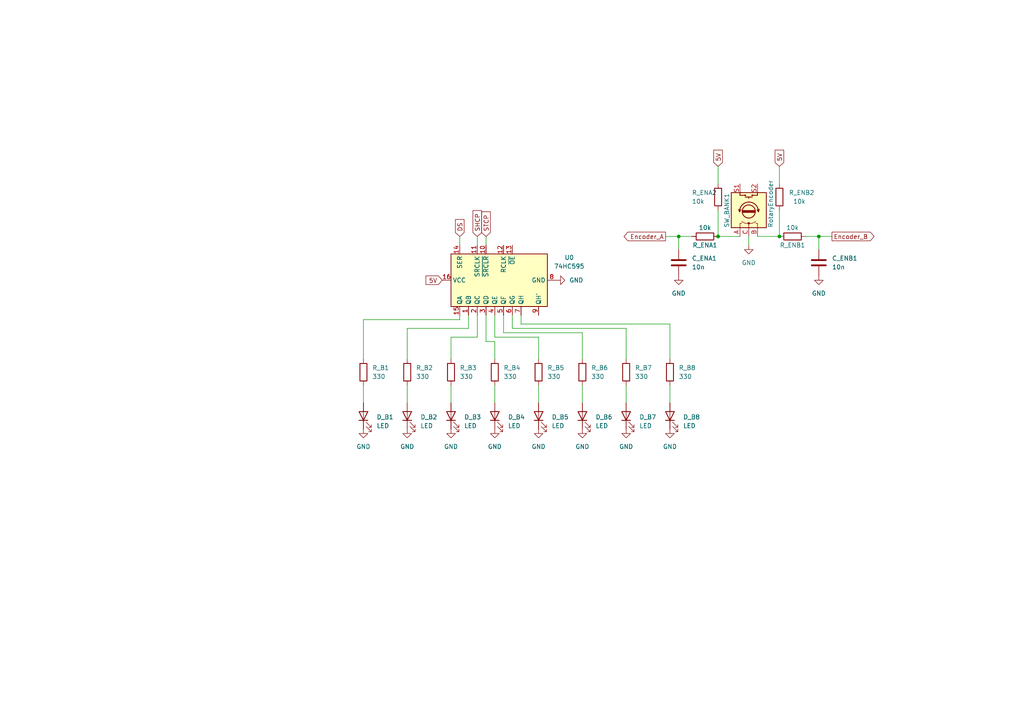
<source format=kicad_sch>
(kicad_sch (version 20211123) (generator eeschema)
  (paper "A4")
  (title_block (title "BANK CONTROL") (date "2022-12-29") (rev "V0.1"))
  (lib_symbols
    (symbol "74xx:74HC595"
      (property "Reference" "U" (at -7.62 13.97 0))
      (property "Value" "74HC595" (at -7.62 -16.51 0))
      (symbol "74HC595_1_0"
        (pin tri_state line (at 10.16 7.62 180) (length 2.54) (name "QB") (number "1"))
        (pin input line (at -10.16 2.54 0) (length 2.54) (name "~{SRCLR}") (number "10"))
        (pin input line (at -10.16 5.08 0) (length 2.54) (name "SRCLK") (number "11"))
        (pin input line (at -10.16 -2.54 0) (length 2.54) (name "RCLK") (number "12"))
        (pin input line (at -10.16 -5.08 0) (length 2.54) (name "~{OE}") (number "13"))
        (pin input line (at -10.16 10.16 0) (length 2.54) (name "SER") (number "14"))
        (pin tri_state line (at 10.16 10.16 180) (length 2.54) (name "QA") (number "15"))
        (pin power_in line (at 0 15.24 270) (length 2.54) (name "VCC") (number "16"))
        (pin tri_state line (at 10.16 5.08 180) (length 2.54) (name "QC") (number "2"))
        (pin tri_state line (at 10.16 2.54 180) (length 2.54) (name "QD") (number "3"))
        (pin tri_state line (at 10.16 0 180) (length 2.54) (name "QE") (number "4"))
        (pin tri_state line (at 10.16 -2.54 180) (length 2.54) (name "QF") (number "5"))
        (pin tri_state line (at 10.16 -5.08 180) (length 2.54) (name "QG") (number "6"))
        (pin tri_state line (at 10.16 -7.62 180) (length 2.54) (name "QH") (number "7"))
        (pin power_in line (at 0 -17.78 90) (length 2.54) (name "GND") (number "8"))
        (pin output line (at 10.16 -12.7 180) (length 2.54) (name "QH'") (number "9"))
      )
      (symbol "74HC595_1_1"
        (rectangle (start -7.62 12.7) (end 7.62 -15.24) (stroke (width 0.254)) (fill (type background)))
      )
    )
    (symbol "Device:C" (pin_numbers hide) (pin_names (offset 0.254))
      (property "Reference" "C" (at 0.635 2.54 0))
      (property "Value" "C" (at 0.635 -2.54 0))
      (symbol "C_0_1"
        (polyline (pts (xy -2.032 -0.762) (xy 2.032 -0.762)) (stroke (width 0.508)))
        (polyline (pts (xy -2.032 0.762) (xy 2.032 0.762)) (stroke (width 0.508)))
      )
      (symbol "C_1_1"
        (pin passive line (at 0 3.81 270) (length 2.794) (name "~") (number "1"))
        (pin passive line (at 0 -3.81 90) (length 2.794) (name "~") (number "2"))
      )
    )
    (symbol "Device:LED" (pin_numbers hide) (pin_names (offset 1.016) hide)
      (property "Reference" "D" (at 0 2.54 0))
      (property "Value" "LED" (at 0 -2.54 0))
      (symbol "LED_0_1"
        (polyline (pts (xy -1.27 -1.27) (xy -1.27 1.27)) (stroke (width 0.254)))
        (polyline (pts (xy -1.27 0) (xy 1.27 0)))
        (polyline (pts (xy 1.27 -1.27) (xy 1.27 1.27) (xy -1.27 0) (xy 1.27 -1.27)) (stroke (width 0.254)))
        (polyline (pts (xy -3.048 -0.762) (xy -4.572 -2.286) (xy -3.81 -2.286) (xy -4.572 -2.286) (xy -4.572 -1.524)))
        (polyline (pts (xy -1.778 -0.762) (xy -3.302 -2.286) (xy -2.54 -2.286) (xy -3.302 -2.286) (xy -3.302 -1.524)))
      )
      (symbol "LED_1_1"
        (pin passive line (at -3.81 0 0) (length 2.54) (name "K") (number "1"))
        (pin passive line (at 3.81 0 180) (length 2.54) (name "A") (number "2"))
      )
    )
    (symbol "Device:R" (pin_numbers hide) (pin_names (offset 0))
      (property "Reference" "R" (at 2.032 0 90))
      (property "Value" "R" (at 0 0 90))
      (symbol "R_0_1"
        (rectangle (start -1.016 -2.54) (end 1.016 2.54) (stroke (width 0.254)))
      )
      (symbol "R_1_1"
        (pin passive line (at 0 3.81 270) (length 1.27) (name "~") (number "1"))
        (pin passive line (at 0 -3.81 90) (length 1.27) (name "~") (number "2"))
      )
    )
    (symbol "Device:RotaryEncoder_Switch" (pin_names (offset 0.254) hide)
      (property "Reference" "SW" (at 0 6.604 0))
      (property "Value" "RotaryEncoder_Switch" (at 0 -6.604 0))
      (symbol "RotaryEncoder_Switch_0_1"
        (rectangle (start -5.08 5.08) (end 5.08 -5.08) (stroke (width 0.254)) (fill (type background)))
        (circle (center -3.81 0) (radius 0.254) (fill (type outline)))
        (arc (start -0.381 -2.794) (mid 2.3622 -0.0508) (end -0.381 2.667) (stroke (width 0.254)))
        (circle (center -0.381 0) (radius 1.905) (stroke (width 0.254)))
        (polyline (pts (xy -0.635 -1.778) (xy -0.635 1.778)) (stroke (width 0.254)))
        (polyline (pts (xy -0.381 -1.778) (xy -0.381 1.778)) (stroke (width 0.254)))
        (polyline (pts (xy -0.127 1.778) (xy -0.127 -1.778)) (stroke (width 0.254)))
        (polyline (pts (xy 3.81 0) (xy 3.429 0)) (stroke (width 0.254)))
        (polyline (pts (xy 3.81 1.016) (xy 3.81 -1.016)) (stroke (width 0.254)))
        (polyline (pts (xy -5.08 -2.54) (xy -3.81 -2.54) (xy -3.81 -2.032)))
        (polyline (pts (xy -5.08 2.54) (xy -3.81 2.54) (xy -3.81 2.032)))
        (polyline (pts (xy 0.254 -3.048) (xy -0.508 -2.794) (xy 0.127 -2.413)) (stroke (width 0.254)))
        (polyline (pts (xy 0.254 2.921) (xy -0.508 2.667) (xy 0.127 2.286)) (stroke (width 0.254)))
        (polyline (pts (xy 5.08 -2.54) (xy 4.318 -2.54) (xy 4.318 -1.016)) (stroke (width 0.254)))
        (polyline (pts (xy 5.08 2.54) (xy 4.318 2.54) (xy 4.318 1.016)) (stroke (width 0.254)))
        (polyline (pts (xy -5.08 0) (xy -3.81 0) (xy -3.81 -1.016) (xy -3.302 -2.032)))
        (polyline (pts (xy -4.318 0) (xy -3.81 0) (xy -3.81 1.016) (xy -3.302 2.032)))
        (circle (center 4.318 -1.016) (radius 0.127) (stroke (width 0.254)))
        (circle (center 4.318 1.016) (radius 0.127) (stroke (width 0.254)))
      )
      (symbol "RotaryEncoder_Switch_1_1"
        (pin passive line (at -7.62 2.54 0) (length 2.54) (name "A") (number "A"))
        (pin passive line (at -7.62 -2.54 0) (length 2.54) (name "B") (number "B"))
        (pin passive line (at -7.62 0 0) (length 2.54) (name "C") (number "C"))
        (pin passive line (at 7.62 2.54 180) (length 2.54) (name "S1") (number "S1"))
        (pin passive line (at 7.62 -2.54 180) (length 2.54) (name "S2") (number "S2"))
      )
    )
    (symbol "power:GND" (power) (pin_names (offset 0))
      (property "Value" "GND" (at 0 -3.81 0))
      (symbol "GND_0_1"
        (polyline (pts (xy 0 0) (xy 0 -1.27) (xy 1.27 -1.27) (xy 0 -2.54) (xy -1.27 -1.27) (xy 0 -1.27)))
      )
      (symbol "GND_1_1"
        (pin power_in line (at 0 0 270) (length 0) hide (name "GND") (number "1"))
      )
    )
  )
  (junction (at 237.49 68.58))
  (junction (at 226.06 68.58))
  (junction (at 208.28 68.58))
  (junction (at 196.85 68.58))
  (wire (pts (xy 237.49 68.58) (xy 237.49 72.39)))
  (wire (pts (xy 226.06 48.26) (xy 226.06 53.34)))
  (wire (pts (xy 143.51 97.79) (xy 156.21 97.79)))
  (wire (pts (xy 135.89 95.25) (xy 118.11 95.25)))
  (wire (pts (xy 208.28 48.26) (xy 208.28 53.34)))
  (wire (pts (xy 105.41 111.76) (xy 105.41 116.84)))
  (wire (pts (xy 208.28 68.58) (xy 214.63 68.58)))
  (wire (pts (xy 130.81 111.76) (xy 130.81 116.84)))
  (wire (pts (xy 133.35 91.44) (xy 133.35 92.71)))
  (wire (pts (xy 194.31 93.98) (xy 194.31 104.14)))
  (wire (pts (xy 135.89 91.44) (xy 135.89 95.25)))
  (wire (pts (xy 143.51 91.44) (xy 143.51 97.79)))
  (wire (pts (xy 133.35 92.71) (xy 105.41 92.71)))
  (wire (pts (xy 138.43 68.58) (xy 138.43 71.12)))
  (wire (pts (xy 148.59 91.44) (xy 148.59 95.25)))
  (wire (pts (xy 156.21 97.79) (xy 156.21 104.14)))
  (wire (pts (xy 181.61 95.25) (xy 181.61 104.14)))
  (wire (pts (xy 138.43 91.44) (xy 138.43 97.79)))
  (wire (pts (xy 241.3 68.58) (xy 237.49 68.58)))
  (wire (pts (xy 168.91 96.52) (xy 168.91 104.14)))
  (wire (pts (xy 194.31 111.76) (xy 194.31 116.84)))
  (wire (pts (xy 105.41 92.71) (xy 105.41 104.14)))
  (wire (pts (xy 181.61 111.76) (xy 181.61 116.84)))
  (wire (pts (xy 151.13 91.44) (xy 151.13 93.98)))
  (wire (pts (xy 133.35 68.58) (xy 133.35 71.12)))
  (wire (pts (xy 226.06 60.96) (xy 226.06 68.58)))
  (wire (pts (xy 168.91 111.76) (xy 168.91 116.84)))
  (wire (pts (xy 196.85 68.58) (xy 196.85 72.39)))
  (wire (pts (xy 143.51 111.76) (xy 143.51 116.84)))
  (wire (pts (xy 130.81 97.79) (xy 130.81 104.14)))
  (wire (pts (xy 140.97 68.58) (xy 140.97 71.12)))
  (wire (pts (xy 140.97 99.06) (xy 143.51 99.06)))
  (wire (pts (xy 118.11 111.76) (xy 118.11 116.84)))
  (wire (pts (xy 193.04 68.58) (xy 196.85 68.58)))
  (wire (pts (xy 140.97 91.44) (xy 140.97 99.06)))
  (wire (pts (xy 143.51 99.06) (xy 143.51 104.14)))
  (wire (pts (xy 118.11 95.25) (xy 118.11 104.14)))
  (wire (pts (xy 219.71 68.58) (xy 226.06 68.58)))
  (wire (pts (xy 138.43 97.79) (xy 130.81 97.79)))
  (wire (pts (xy 148.59 95.25) (xy 181.61 95.25)))
  (wire (pts (xy 151.13 93.98) (xy 194.31 93.98)))
  (wire (pts (xy 217.17 68.58) (xy 217.17 71.12)))
  (wire (pts (xy 146.05 91.44) (xy 146.05 96.52)))
  (wire (pts (xy 146.05 96.52) (xy 168.91 96.52)))
  (wire (pts (xy 233.68 68.58) (xy 237.49 68.58)))
  (wire (pts (xy 208.28 60.96) (xy 208.28 68.58)))
  (wire (pts (xy 200.66 68.58) (xy 196.85 68.58)))
  (wire (pts (xy 156.21 111.76) (xy 156.21 116.84)))
  (global_label "SHCP" (shape input) (at 138.43 68.58 90) (property "Riferimenti inter-foglio" "${INTERSHEET_REFS}" (effects hide)))
  (global_label "5V" (shape input) (at 208.28 48.26 90) (property "Riferimenti inter-foglio" "${INTERSHEET_REFS}" (effects hide)))
  (global_label "DS" (shape input) (at 133.35 68.58 90) (property "Riferimenti inter-foglio" "${INTERSHEET_REFS}" (effects hide)))
  (global_label "Encoder_B" (shape output) (at 241.3 68.58 0) (property "Riferimenti inter-foglio" "${INTERSHEET_REFS}" (effects hide)))
  (global_label "Encoder_A" (shape output) (at 193.04 68.58 180) (property "Riferimenti inter-foglio" "${INTERSHEET_REFS}" (effects hide)))
  (global_label "5V" (shape input) (at 128.27 81.28 180) (property "Riferimenti inter-foglio" "${INTERSHEET_REFS}" (effects hide)))
  (global_label "STCP" (shape input) (at 140.97 68.58 90) (property "Riferimenti inter-foglio" "${INTERSHEET_REFS}" (effects hide)))
  (global_label "5V" (shape input) (at 226.06 48.26 90) (property "Riferimenti inter-foglio" "${INTERSHEET_REFS}" (effects hide)))
  (symbol (lib_id "Device:R") (at 226.06 57.15 0) (mirror y) (unit 1)
    (property "Reference" "R_ENB2" (at 236.22 55.88 0) (effects (justify left)))
    (property "Value" "10k" (at 233.68 58.42 0) (effects (justify left)))
    (property "Footprint" "Resistor_SMD:R_0805_2012Metric" (effects hide))
  )
  (symbol (lib_id "Device:LED") (at 156.21 120.65 90) (unit 1)
    (property "Reference" "D_B5" (at 160.02 120.9674 90) (effects (justify right)))
    (property "Value" "LED" (at 160.02 123.5074 90) (effects (justify right)))
    (property "Footprint" "LED_SMD:LED_1206_3216Metric" (effects hide))
  )
  (symbol (lib_id "power:GND") (at 105.41 124.46 0) (unit 1)
    (property "Reference" "#PWR0102" (effects hide))
    (property "Value" "GND" (at 105.41 129.54 0))
  )
  (symbol (lib_id "power:GND") (at 130.81 124.46 0) (unit 1)
    (property "Reference" "#PWR0104" (effects hide))
    (property "Value" "GND" (at 130.81 129.54 0))
  )
  (symbol (lib_id "Device:R") (at 130.81 107.95 0) (unit 1)
    (property "Reference" "R_B3" (at 133.35 106.6799 0) (effects (justify left)))
    (property "Value" "330" (at 133.35 109.2199 0) (effects (justify left)))
    (property "Footprint" "Resistor_SMD:R_0805_2012Metric" (effects hide))
  )
  (symbol (lib_id "Device:LED") (at 105.41 120.65 90) (unit 1)
    (property "Reference" "D_B1" (at 109.22 120.9674 90) (effects (justify right)))
    (property "Value" "LED" (at 109.22 123.5074 90) (effects (justify right)))
    (property "Footprint" "LED_SMD:LED_1206_3216Metric" (effects hide))
  )
  (symbol (lib_id "Device:R") (at 105.41 107.95 0) (unit 1)
    (property "Reference" "R_B1" (at 107.95 106.6799 0) (effects (justify left)))
    (property "Value" "330" (at 107.95 109.2199 0) (effects (justify left)))
    (property "Footprint" "Resistor_SMD:R_0805_2012Metric" (effects hide))
  )
  (symbol (lib_id "power:GND") (at 168.91 124.46 0) (unit 1)
    (property "Reference" "#PWR0109" (effects hide))
    (property "Value" "GND" (at 168.91 129.54 0))
  )
  (symbol (lib_id "power:GND") (at 161.29 81.28 90) (unit 1)
    (property "Reference" "#PWR0106" (effects hide))
    (property "Value" "GND" (at 165.1 81.2799 90) (effects (justify right)))
  )
  (symbol (lib_id "Device:R") (at 168.91 107.95 0) (unit 1)
    (property "Reference" "R_B6" (at 171.45 106.6799 0) (effects (justify left)))
    (property "Value" "330" (at 171.45 109.2199 0) (effects (justify left)))
    (property "Footprint" "Resistor_SMD:R_0805_2012Metric" (effects hide))
  )
  (symbol (lib_id "Device:R") (at 204.47 68.58 90) (unit 1)
    (property "Reference" "R_ENA1" (at 204.47 71.12 90))
    (property "Value" "10k" (at 204.47 66.04 90))
    (property "Footprint" "Resistor_SMD:R_0805_2012Metric" (effects hide))
  )
  (symbol (lib_id "Device:LED") (at 194.31 120.65 90) (unit 1)
    (property "Reference" "D_B8" (at 198.12 120.9674 90) (effects (justify right)))
    (property "Value" "LED" (at 198.12 123.5074 90) (effects (justify right)))
    (property "Footprint" "LED_SMD:LED_1206_3216Metric" (effects hide))
  )
  (symbol (lib_id "Device:R") (at 143.51 107.95 0) (unit 1)
    (property "Reference" "R_B4" (at 146.05 106.6799 0) (effects (justify left)))
    (property "Value" "330" (at 146.05 109.2199 0) (effects (justify left)))
    (property "Footprint" "Resistor_SMD:R_0805_2012Metric" (effects hide))
  )
  (symbol (lib_id "Device:R") (at 156.21 107.95 0) (unit 1)
    (property "Reference" "R_B5" (at 158.75 106.6799 0) (effects (justify left)))
    (property "Value" "330" (at 158.75 109.2199 0) (effects (justify left)))
    (property "Footprint" "Resistor_SMD:R_0805_2012Metric" (effects hide))
  )
  (symbol (lib_id "Device:R") (at 208.28 57.15 0) (unit 1)
    (property "Reference" "R_ENA2" (at 200.66 55.88 0) (effects (justify left)))
    (property "Value" "10k" (at 200.66 58.42 0) (effects (justify left)))
    (property "Footprint" "Resistor_SMD:R_0805_2012Metric" (effects hide))
  )
  (symbol (lib_id "Device:RotaryEncoder_Switch") (at 217.17 60.96 90) (unit 1)
    (property "Reference" "SW_BANK1" (at 210.82 66.04 0) (effects (justify left)))
    (property "Value" "RotaryEncoder" (at 223.52 66.04 0) (effects (justify left)))
    (property "Footprint" "Rotary_Encoder:RotaryEncoder_Bourns_Vertical_PEC12R-3xxxF-Sxxxx" (effects hide))
  )
  (symbol (lib_id "Device:R") (at 194.31 107.95 0) (unit 1)
    (property "Reference" "R_B8" (at 196.85 106.6799 0) (effects (justify left)))
    (property "Value" "330" (at 196.85 109.2199 0) (effects (justify left)))
    (property "Footprint" "Resistor_SMD:R_0805_2012Metric" (effects hide))
  )
  (symbol (lib_id "power:GND") (at 156.21 124.46 0) (unit 1)
    (property "Reference" "#PWR0110" (effects hide))
    (property "Value" "GND" (at 156.21 129.54 0))
  )
  (symbol (lib_id "Device:LED") (at 143.51 120.65 90) (unit 1)
    (property "Reference" "D_B4" (at 147.32 120.9674 90) (effects (justify right)))
    (property "Value" "LED" (at 147.32 123.5074 90) (effects (justify right)))
    (property "Footprint" "LED_SMD:LED_1206_3216Metric" (effects hide))
  )
  (symbol (lib_id "power:GND") (at 217.17 71.12 0) (unit 1)
    (property "Reference" "#PWR0111" (effects hide))
    (property "Value" "GND" (at 217.17 76.2 0))
  )
  (symbol (lib_id "74xx:74HC595") (at 143.51 81.28 90) (mirror x) (unit 1)
    (property "Reference" "U0" (at 165.1 74.7012 90))
    (property "Value" "74HC595" (at 165.1 77.2412 90))
    (property "Footprint" "Package_DIP:DIP-16_W7.62mm_Socket_LongPads" (effects hide))
    (property "Datasheet" "http://www.ti.com/lit/ds/symlink/sn74hc595.pdf" (effects hide))
  )
  (symbol (lib_id "Device:R") (at 229.87 68.58 270) (mirror x) (unit 1)
    (property "Reference" "R_ENB1" (at 229.87 71.12 90))
    (property "Value" "10k" (at 229.87 66.04 90))
    (property "Footprint" "Resistor_SMD:R_0805_2012Metric" (effects hide))
  )
  (symbol (lib_id "Device:R") (at 181.61 107.95 0) (unit 1)
    (property "Reference" "R_B7" (at 184.15 106.6799 0) (effects (justify left)))
    (property "Value" "330" (at 184.15 109.2199 0) (effects (justify left)))
    (property "Footprint" "Resistor_SMD:R_0805_2012Metric" (effects hide))
  )
  (symbol (lib_id "power:GND") (at 194.31 124.46 0) (unit 1)
    (property "Reference" "#PWR0107" (effects hide))
    (property "Value" "GND" (at 194.31 129.54 0))
  )
  (symbol (lib_id "power:GND") (at 118.11 124.46 0) (unit 1)
    (property "Reference" "#PWR0103" (effects hide))
    (property "Value" "GND" (at 118.11 129.54 0))
  )
  (symbol (lib_id "Device:LED") (at 118.11 120.65 90) (unit 1)
    (property "Reference" "D_B2" (at 121.92 120.9674 90) (effects (justify right)))
    (property "Value" "LED" (at 121.92 123.5074 90) (effects (justify right)))
    (property "Footprint" "LED_SMD:LED_1206_3216Metric" (effects hide))
  )
  (symbol (lib_id "power:GND") (at 196.85 80.01 0) (unit 1)
    (property "Reference" "#PWR0113" (effects hide))
    (property "Value" "GND" (at 196.85 85.09 0))
  )
  (symbol (lib_id "Device:LED") (at 181.61 120.65 90) (unit 1)
    (property "Reference" "D_B7" (at 185.42 120.9674 90) (effects (justify right)))
    (property "Value" "LED" (at 185.42 123.5074 90) (effects (justify right)))
    (property "Footprint" "LED_SMD:LED_1206_3216Metric" (effects hide))
  )
  (symbol (lib_id "Device:C") (at 237.49 76.2 0) (mirror y) (unit 1)
    (property "Reference" "C_ENB1" (at 241.3 74.9299 0) (effects (justify right)))
    (property "Value" "10n" (at 241.3 77.4699 0) (effects (justify right)))
    (property "Footprint" "Capacitor_Tantalum_SMD:CP_EIA-1608-08_AVX-J" (effects hide))
  )
  (symbol (lib_id "Device:LED") (at 130.81 120.65 90) (unit 1)
    (property "Reference" "D_B3" (at 134.62 120.9674 90) (effects (justify right)))
    (property "Value" "LED" (at 134.62 123.5074 90) (effects (justify right)))
    (property "Footprint" "LED_SMD:LED_1206_3216Metric" (effects hide))
  )
  (symbol (lib_id "Device:LED") (at 168.91 120.65 90) (unit 1)
    (property "Reference" "D_B6" (at 172.72 120.9674 90) (effects (justify right)))
    (property "Value" "LED" (at 172.72 123.5074 90) (effects (justify right)))
    (property "Footprint" "LED_SMD:LED_1206_3216Metric" (effects hide))
  )
  (symbol (lib_id "Device:R") (at 118.11 107.95 0) (unit 1)
    (property "Reference" "R_B2" (at 120.65 106.6799 0) (effects (justify left)))
    (property "Value" "330" (at 120.65 109.2199 0) (effects (justify left)))
    (property "Footprint" "Resistor_SMD:R_0805_2012Metric" (effects hide))
  )
  (symbol (lib_id "power:GND") (at 237.49 80.01 0) (mirror y) (unit 1)
    (property "Reference" "#PWR0112" (effects hide))
    (property "Value" "GND" (at 237.49 85.09 0))
  )
  (symbol (lib_id "Device:C") (at 196.85 76.2 0) (unit 1)
    (property "Reference" "C_ENA1" (at 200.66 74.9299 0) (effects (justify left)))
    (property "Value" "10n" (at 200.66 77.4699 0) (effects (justify left)))
    (property "Footprint" "Capacitor_Tantalum_SMD:CP_EIA-1608-08_AVX-J" (effects hide))
  )
  (symbol (lib_id "power:GND") (at 143.51 124.46 0) (unit 1)
    (property "Reference" "#PWR0105" (effects hide))
    (property "Value" "GND" (at 143.51 129.54 0))
  )
  (symbol (lib_id "power:GND") (at 181.61 124.46 0) (unit 1)
    (property "Reference" "#PWR0108" (effects hide))
    (property "Value" "GND" (at 181.61 129.54 0))
  )
)
</source>
